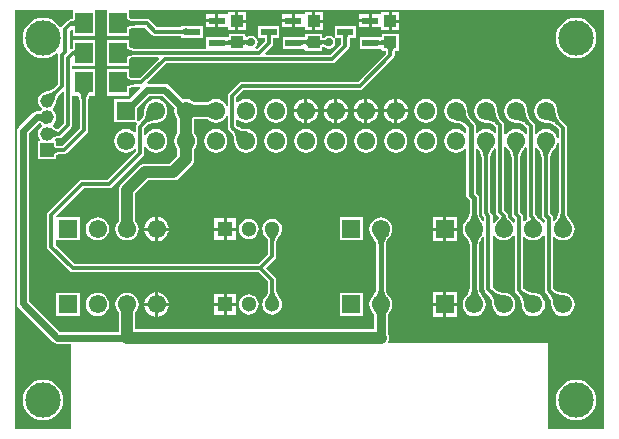
<source format=gtl>
%FSTAX23Y23*%
%MOIN*%
%SFA1B1*%

%IPPOS*%
%ADD10C,0.011810*%
%ADD11C,0.023620*%
%ADD12C,0.015750*%
%ADD13C,0.031500*%
%ADD14R,0.055120X0.023620*%
%ADD15R,0.059060X0.070870*%
%ADD16R,0.039370X0.039370*%
%ADD17C,0.039370*%
%ADD18C,0.061020*%
%ADD19R,0.061020X0.061020*%
%ADD20C,0.118110*%
%ADD21C,0.045280*%
%ADD22R,0.045280X0.045280*%
%ADD23C,0.051180*%
%ADD24R,0.051180X0.051180*%
%ADD25C,0.027560*%
%LNpanel-1*%
%LPD*%
G36*
X00216Y01417D02*
D01*
Y01388*
X00216*
X00212Y01388*
X00212Y01388*
Y01388*
Y01388*
X00207Y01387*
X00202Y01383*
X00182Y01364*
X0018Y0136*
X00177Y0136*
X00175Y0136*
X00174Y01362*
X00165Y01372*
X00155Y01381*
X00143Y01387*
X00131Y01391*
X00118Y01392*
X00104Y01391*
X00092Y01387*
X0008Y01381*
X0007Y01372*
X00062Y01362*
X00055Y0135*
X00052Y01338*
X0005Y01325*
X00052Y01312*
X00055Y01299*
X00062Y01287*
X0007Y01277*
X0008Y01269*
X00092Y01263*
X00104Y01259*
X00118Y01257*
X00131Y01259*
X00143Y01263*
X00155Y01269*
X00163Y01276*
X00168Y01273*
X00167Y01268*
Y01171*
X0015Y01155*
X0015Y01155*
X00149Y01154*
X00145Y0115*
X00138Y01148*
X00131Y01147*
X00131Y01147*
X00123Y01146*
X00116Y01143*
X0011Y01138*
X00105Y01131*
X00102Y01124*
X00101Y01116*
X00102Y01108*
X00105Y01101*
X0011Y01094*
X00114Y01091*
Y01086*
X00111Y01084*
X0011Y01083*
X0011Y01083*
X00109Y01082*
X00106Y01081*
X00105*
X00105Y01081*
Y01081*
X00096*
X00089Y01079*
X00082Y01075*
X00036Y01029*
X00032Y01023*
X00031Y01015*
Y0044*
X00032Y00433*
X00036Y00426*
X00151Y00312*
X00157Y00308*
X00165Y00306*
X00212*
Y00023*
X00023*
Y01417*
X00216*
G37*
G36*
X00238Y01125D02*
X00239Y01115D01*
Y01114*
X00239Y01114*
X00239*
Y01023*
X00181Y00965*
X00172*
Y00965*
X00171Y00965*
X00165Y00966*
X00162Y00967*
Y00981*
X00159*
X00157Y00982*
X00157Y00987*
X00162Y0099*
X0017Y00992*
X00171Y00992*
Y00992*
X00177Y00993*
X00181Y00996*
X0021Y01025*
X00213Y0103*
X00214Y01035*
Y01133*
X00216*
X00235*
X00238Y01125*
G37*
G36*
X01988Y00023D02*
X01799D01*
Y00244*
Y00307*
X01269*
X01267Y00311*
X01268Y00312*
X0127Y00319*
X01271Y00326*
X0127Y00333*
X01268Y0034*
Y00402*
X01268Y00405*
X01271Y00409*
X01272Y00411*
X01277Y00417*
X01281Y00426*
X01282Y00437*
X01281Y00447*
X01277Y00456*
X01271Y00464*
X0127Y00464*
X01265Y00472*
X01261Y00481*
X0126Y0049*
Y00491*
X0126Y00491*
X0126*
Y00634*
X0126*
X0126Y00634*
Y00635*
X01261Y00644*
X01265Y00653*
X0127Y00661*
X01271Y00661*
X01277Y00669*
X01281Y00678*
X01282Y00688*
X01281Y00699*
X01277Y00708*
X01271Y00716*
X01263Y00722*
X01254Y00726*
X01244Y00727*
X01234Y00726*
X01224Y00722*
X01216Y00716*
X0121Y00708*
X01206Y00699*
X01205Y00688*
X01206Y00678*
X0121Y00669*
X01216Y00661*
X01217Y00661*
X01222Y00653*
X01226Y00644*
X01228Y00635*
Y00634*
X01228Y00634*
X01228*
Y00491*
X01228*
X01228Y00491*
Y0049*
X01226Y00481*
X01222Y00472*
X01217Y00464*
X01216Y00464*
X0121Y00456*
X01206Y00447*
X01205Y00437*
X01206Y00426*
X0121Y00417*
X01215Y00411*
X01216Y00409*
X01219Y00405*
X0122Y00402*
Y00354*
X00425*
Y0041*
X00431Y00417*
X00435Y00426*
X00436Y00437*
X00435Y00447*
X00431Y00456*
X00425Y00464*
X00417Y0047*
X00407Y00474*
X00397Y00475*
X00387Y00474*
X00378Y0047*
X0037Y00464*
X00364Y00456*
X0036Y00447*
X00358Y00437*
X0036Y00426*
X00364Y00417*
X00369Y0041*
Y00346*
X00173*
X00071Y00449*
Y01007*
X00105Y01041*
X00105*
Y01041*
X00105Y01041*
X00106*
X00109Y0104*
X0011Y01039*
X0011Y01039*
X00111Y01038*
X00114Y01036*
Y01031*
X0011Y01028*
X00105Y01021*
X00102Y01014*
X00101Y01006*
X00102Y00998*
X00105Y0099*
X00108Y00986*
X00106Y00981*
X00101*
Y0092*
X00162*
Y00934*
X00165Y00936*
X00171Y00937*
X00172Y00936*
Y00937*
X00187*
X00192Y00938*
X00197Y00941*
X00263Y01007*
X00266Y01012*
X00267Y01017*
Y01114*
X00268*
X00267Y01114*
Y01115*
X00269Y01125*
X00272Y01133*
X00291*
Y0122*
X00216*
X00214Y01222*
Y01232*
X00216*
X00291*
Y01318*
X00216*
Y01289*
X00211Y01288*
X00206Y0129*
Y01348*
X00211Y01353*
X00216Y01351*
Y0133*
X00291*
Y01417*
X0033*
Y01413*
Y0133*
X00405*
Y01355*
X00413Y01358*
X00424Y01359*
X00424*
X00425Y01359*
Y01359*
X00458*
X00482Y01336*
X00486Y01333*
X00492Y01332*
X00578*
Y01326*
X00649*
Y01366*
X00578*
Y0136*
X00497*
X00474Y01383*
X00469Y01387*
X00464Y01388*
X00425*
Y01388*
X00424Y01388*
X00424*
X00413Y01389*
X00405Y01392*
Y01413*
Y01417*
X01988*
Y00023*
G37*
G36*
X00186Y01144D02*
Y01041D01*
X00166Y01021*
X00162Y01022*
X00154Y01027*
X00153Y01027*
X00153Y01027*
X00153Y01027*
X00153Y01027*
X00153Y01028*
X00149Y01031*
Y01036*
X00153Y01039*
X00158Y01046*
X00161Y01053*
X00162Y01061*
X00161Y01069*
X00158Y01076*
X00153Y01083*
X00149Y01086*
Y01091*
X00153Y01094*
X00158Y01101*
X00161Y01108*
X00162Y01116*
X00162Y01116*
X00162*
X00163Y01123*
X00166Y01129*
X00169Y01134*
X0017Y01135*
Y01135*
X00182Y01146*
X00186Y01144*
G37*
%LNpanel-2*%
%LPC*%
G36*
X00719Y00683D02*
X00688D01*
Y00653*
X00719*
Y00683*
G37*
G36*
X00491Y00729D02*
X00485Y00728D01*
X00475Y00724*
X00467Y00717*
X0046Y00709*
X00456Y00699*
X00455Y00693*
X00491*
Y00729*
G37*
G36*
X00803Y00722D02*
X00794Y00721D01*
X00786Y00718*
X00779Y00712*
X00773Y00705*
X0077Y00697*
X00769Y00688*
X0077Y0068*
X00773Y00672*
X00779Y00665*
X00786Y00659*
X00794Y00656*
X00803Y00655*
X00811Y00656*
X0082Y00659*
X00827Y00665*
X00832Y00672*
X00835Y0068*
X00836Y00688*
X00835Y00697*
X00832Y00705*
X00827Y00712*
X0082Y00718*
X00811Y00721*
X00803Y00722*
G37*
G36*
X0076Y00683D02*
X00729D01*
Y00653*
X0076*
Y00683*
G37*
G36*
X00536D02*
X00501D01*
Y00648*
X00506Y00649*
X00516Y00653*
X00524Y0066*
X00531Y00668*
X00535Y00678*
X00536Y00683*
G37*
G36*
X00491D02*
X00455D01*
X00456Y00678*
X0046Y00668*
X00467Y0066*
X00475Y00653*
X00485Y00649*
X00491Y00648*
Y00683*
G37*
G36*
X01184Y00727D02*
X01107D01*
Y0065*
X01184*
Y00727*
G37*
G36*
X00299Y00727D02*
X00289Y00726D01*
X00279Y00722*
X00271Y00716*
X00265Y00708*
X00261Y00699*
X0026Y00688*
X00261Y00678*
X00265Y00669*
X00271Y00661*
X00279Y00655*
X00289Y00651*
X00299Y0065*
X00309Y00651*
X00318Y00655*
X00326Y00661*
X00332Y00669*
X00336Y00678*
X00337Y00688*
X00336Y00699*
X00332Y00708*
X00326Y00716*
X00318Y00722*
X00309Y00726*
X00299Y00727*
G37*
G36*
X00893Y01021D02*
X00883Y0102D01*
X00874Y01016*
X00866Y0101*
X0086Y01002*
X00856Y00992*
X00854Y00982*
X00856Y00972*
X0086Y00963*
X00866Y00955*
X00874Y00949*
X00883Y00945*
X00893Y00943*
X00903Y00945*
X00913Y00949*
X00921Y00955*
X00927Y00963*
X00931Y00972*
X00932Y00982*
X00931Y00992*
X00927Y01002*
X00921Y0101*
X00913Y01016*
X00903Y0102*
X00893Y01021*
G37*
G36*
X00693D02*
X00683Y0102D01*
X00674Y01016*
X00666Y0101*
X0066Y01002*
X00656Y00992*
X00654Y00982*
X00656Y00972*
X0066Y00963*
X00666Y00955*
X00674Y00949*
X00683Y00945*
X00693Y00943*
X00703Y00945*
X00713Y00949*
X00721Y00955*
X00727Y00963*
X00731Y00972*
X00732Y00982*
X00731Y00992*
X00727Y01002*
X00721Y0101*
X00713Y01016*
X00703Y0102*
X00693Y01021*
G37*
G36*
X00993D02*
X00983Y0102D01*
X00974Y01016*
X00966Y0101*
X0096Y01002*
X00956Y00992*
X00954Y00982*
X00956Y00972*
X0096Y00963*
X00966Y00955*
X00974Y00949*
X00983Y00945*
X00993Y00943*
X01003Y00945*
X01013Y00949*
X01021Y00955*
X01027Y00963*
X01031Y00972*
X01032Y00982*
X01031Y00992*
X01027Y01002*
X01021Y0101*
X01013Y01016*
X01003Y0102*
X00993Y01021*
G37*
G36*
X01193D02*
X01183Y0102D01*
X01174Y01016*
X01166Y0101*
X0116Y01002*
X01156Y00992*
X01154Y00982*
X01156Y00972*
X0116Y00963*
X01166Y00955*
X01174Y00949*
X01183Y00945*
X01193Y00943*
X01203Y00945*
X01213Y00949*
X01221Y00955*
X01227Y00963*
X01231Y00972*
X01232Y00982*
X01231Y00992*
X01227Y01002*
X01221Y0101*
X01213Y01016*
X01203Y0102*
X01193Y01021*
G37*
G36*
X01093D02*
X01083Y0102D01*
X01074Y01016*
X01066Y0101*
X0106Y01002*
X01056Y00992*
X01054Y00982*
X01056Y00972*
X0106Y00963*
X01066Y00955*
X01074Y00949*
X01083Y00945*
X01093Y00943*
X01103Y00945*
X01113Y00949*
X01121Y00955*
X01127Y00963*
X01131Y00972*
X01132Y00982*
X01131Y00992*
X01127Y01002*
X01121Y0101*
X01113Y01016*
X01103Y0102*
X01093Y01021*
G37*
G36*
X00719Y00724D02*
X00688D01*
Y00693*
X00719*
Y00724*
G37*
G36*
X00501Y00729D02*
Y00693D01*
X00536*
X00535Y00699*
X00531Y00709*
X00524Y00717*
X00516Y00724*
X00506Y00728*
X00501Y00729*
G37*
G36*
X0076Y00724D02*
X00729D01*
Y00693*
X0076*
Y00724*
G37*
G36*
X01497Y00729D02*
X01461D01*
Y00693*
X01497*
Y00729*
G37*
G36*
X01451D02*
X01416D01*
Y00693*
X01451*
Y00729*
G37*
G36*
X01497Y00683D02*
X01461D01*
Y00648*
X01497*
Y00683*
G37*
G36*
X00299Y00475D02*
X00289Y00474D01*
X00279Y0047*
X00271Y00464*
X00265Y00456*
X00261Y00447*
X0026Y00437*
X00261Y00426*
X00265Y00417*
X00271Y00409*
X00279Y00403*
X00289Y00399*
X00299Y00398*
X00309Y00399*
X00318Y00403*
X00326Y00409*
X00332Y00417*
X00336Y00426*
X00337Y00437*
X00336Y00447*
X00332Y00456*
X00326Y00464*
X00318Y0047*
X00309Y00474*
X00299Y00475*
G37*
G36*
X00536Y00432D02*
X00501D01*
Y00396*
X00506Y00397*
X00516Y00401*
X00524Y00408*
X00531Y00416*
X00535Y00426*
X00536Y00432*
G37*
G36*
X01184Y00475D02*
X01107D01*
Y00398*
X01184*
Y00475*
G37*
G36*
X00239D02*
X00162D01*
Y00398*
X00239*
Y00475*
G37*
G36*
X00491Y00432D02*
X00455D01*
X00456Y00426*
X0046Y00416*
X00467Y00408*
X00475Y00401*
X00485Y00397*
X00491Y00396*
Y00432*
G37*
G36*
X01894Y00185D02*
X0188Y00184D01*
X01868Y0018*
X01856Y00174*
X01846Y00165*
X01838Y00155*
X01831Y00143*
X01828Y00131*
X01826Y00118*
X01828Y00104*
X01831Y00092*
X01838Y0008*
X01846Y0007*
X01856Y00062*
X01868Y00055*
X0188Y00052*
X01894Y0005*
X01907Y00052*
X01919Y00055*
X01931Y00062*
X01941Y0007*
X0195Y0008*
X01956Y00092*
X0196Y00104*
X01961Y00118*
X0196Y00131*
X01956Y00143*
X0195Y00155*
X01941Y00165*
X01931Y00174*
X01919Y0018*
X01907Y00184*
X01894Y00185*
G37*
G36*
X00118D02*
X00104Y00184D01*
X00092Y0018*
X0008Y00174*
X0007Y00165*
X00062Y00155*
X00055Y00143*
X00052Y00131*
X0005Y00118*
X00052Y00104*
X00055Y00092*
X00062Y0008*
X0007Y0007*
X0008Y00062*
X00092Y00055*
X00104Y00052*
X00118Y0005*
X00131Y00052*
X00143Y00055*
X00155Y00062*
X00165Y0007*
X00174Y0008*
X0018Y00092*
X00184Y00104*
X00185Y00118*
X00184Y00131*
X0018Y00143*
X00174Y00155*
X00165Y00165*
X00155Y00174*
X00143Y0018*
X00131Y00184*
X00118Y00185*
G37*
G36*
X01497Y00432D02*
X01461D01*
Y00396*
X01497*
Y00432*
G37*
G36*
X01451D02*
X01416D01*
Y00396*
X01451*
Y00432*
G37*
G36*
X00719D02*
X00688D01*
Y00401*
X00719*
Y00432*
G37*
G36*
X01451Y00477D02*
X01416D01*
Y00442*
X01451*
Y00477*
G37*
G36*
X0076Y00472D02*
X00729D01*
Y00442*
X0076*
Y00472*
G37*
G36*
X01451Y00683D02*
X01416D01*
Y00648*
X01451*
Y00683*
G37*
G36*
X01497Y00477D02*
X01461D01*
Y00442*
X01497*
Y00477*
G37*
G36*
X00719Y00472D02*
X00688D01*
Y00442*
X00719*
Y00472*
G37*
G36*
X00803Y0047D02*
X00794Y00469D01*
X00786Y00466*
X00779Y0046*
X00773Y00453*
X0077Y00445*
X00769Y00437*
X0077Y00428*
X00773Y0042*
X00779Y00413*
X00786Y00407*
X00794Y00404*
X00803Y00403*
X00811Y00404*
X0082Y00407*
X00827Y00413*
X00832Y0042*
X00835Y00428*
X00836Y00437*
X00835Y00445*
X00832Y00453*
X00827Y0046*
X0082Y00466*
X00811Y00469*
X00803Y0047*
G37*
G36*
X0076Y00432D02*
X00729D01*
Y00401*
X0076*
Y00432*
G37*
G36*
X00501Y00477D02*
Y00442D01*
X00536*
X00535Y00447*
X00531Y00457*
X00524Y00465*
X00516Y00472*
X00506Y00476*
X00501Y00477*
G37*
G36*
X00491D02*
X00485Y00476D01*
X00475Y00472*
X00467Y00465*
X0046Y00457*
X00456Y00447*
X00455Y00442*
X00491*
Y00477*
G37*
G36*
X00758Y01411D02*
X00734D01*
Y01405*
X00701*
Y01383*
Y01362*
X00734*
Y01352*
X00758*
Y01381*
Y01411*
G37*
G36*
X00905Y01366D02*
X00834D01*
Y01326*
X00856*
Y01312*
X00832Y01289*
X00826*
X00825Y01294*
X00826Y01295*
X00831Y01302*
X00833Y01311*
X00831Y01319*
X00826Y01326*
X00819Y01331*
X00811Y01333*
X00802Y01331*
X00798Y01328*
X00793Y0133*
X00791Y01335*
Y01338*
X00736*
Y01328*
X00732*
X00661*
Y01289*
X00425*
Y01289*
X00424Y01289*
X00424*
X00413Y0129*
X00405Y01294*
Y01318*
X0033*
Y01232*
X00405*
Y01256*
X00413Y0126*
X00424Y01261*
X00424*
X00425Y01261*
Y01261*
X00502*
X00504Y01256*
X00439Y01191*
X00425*
Y01191*
X00424Y01191*
X00424*
X00413Y01192*
X00405Y01196*
Y0122*
X0033*
Y01133*
X00405*
Y01158*
X00413Y01161*
X00424Y01163*
X00424*
X00425Y01163*
Y01163*
X00439*
X00441Y01158*
X00403Y01121*
X00355*
Y01044*
X00426*
X00431Y01039*
X00427Y01035*
X00426Y01029*
Y0101*
X00422Y01008*
X00421Y0101*
X00413Y01016*
X00403Y0102*
X00393Y01021*
X00383Y0102*
X00374Y01016*
X00366Y0101*
X0036Y01002*
X00356Y00992*
X00354Y00982*
X00356Y00972*
X0036Y00963*
X00366Y00955*
X00374Y00949*
X00383Y00945*
X00393Y00943*
X00403Y00945*
X00413Y00949*
X00421Y00955*
X00422Y00956*
X00426Y00955*
Y00946*
X00332Y00852*
X00248*
X00242Y00851*
X00238Y00848*
X00135Y00746*
X00132Y00741*
X00131Y00736*
Y00629*
X00132Y00624*
X00135Y00619*
X00206Y00549*
X00211Y00546*
X00216Y00545*
X00836*
X00867Y00513*
Y00484*
X00867*
X00867Y00484*
Y00484*
X00866Y00475*
X00863Y00467*
X00858Y00461*
X00858Y0046*
X00852Y00453*
X00849Y00445*
X00848Y00437*
X00849Y00428*
X00852Y0042*
X00858Y00413*
X00865Y00407*
X00873Y00404*
X00881Y00403*
X0089Y00404*
X00898Y00407*
X00905Y00413*
X00911Y0042*
X00914Y00428*
X00915Y00437*
X00914Y00445*
X00911Y00453*
X00905Y0046*
X00905Y00461*
X009Y00467*
X00897Y00475*
X00895Y00484*
Y00484*
X00895Y00484*
X00895*
Y00519*
X00894Y00525*
X00891Y00529*
X00862Y00559*
X00891Y00588*
X00894Y00593*
X00895Y00598*
Y00641*
X00895*
X00895Y00641*
Y00641*
X00897Y0065*
X009Y00658*
X00905Y00664*
X00905Y00665*
X00911Y00672*
X00914Y0068*
X00915Y00688*
X00914Y00697*
X00911Y00705*
X00905Y00712*
X00898Y00718*
X0089Y00721*
X00881Y00722*
X00873Y00721*
X00865Y00718*
X00858Y00712*
X00852Y00705*
X00849Y00697*
X00848Y00688*
X00849Y0068*
X00852Y00672*
X00858Y00665*
X00858Y00664*
X00863Y00658*
X00866Y0065*
X00867Y00641*
Y00641*
X00867Y00641*
X00867*
Y00604*
X00836Y00573*
X00222*
X00159Y00635*
Y0065*
X00162*
X00163*
X00163*
X00239*
Y00727*
X00163*
X00163*
X00163*
X00161Y00731*
X00253Y00824*
X00338*
X00343Y00825*
X00348Y00828*
X0045Y00931*
X00453Y00935*
X00454Y0094*
Y00963*
X00459Y00963*
X0046Y00963*
X00466Y00955*
X00474Y00949*
X00483Y00945*
X00493Y00943*
X00503Y00945*
X00513Y00949*
X00521Y00955*
X00527Y00963*
X00531Y00972*
X00532Y00982*
X00531Y00992*
X00527Y01002*
X00521Y0101*
X00513Y01016*
X00503Y0102*
X00493Y01021*
X00483Y0102*
X00474Y01016*
X00466Y0101*
X0046Y01002*
X00459Y01001*
X00454Y01002*
Y01024*
X00461Y0103*
X00461Y0103*
X00462Y01031*
X00462Y01031*
X0047Y01038*
X00481Y01042*
X00492Y01044*
X00493Y01043*
X00503Y01045*
X00513Y01049*
X00521Y01055*
X00527Y01063*
X00531Y01072*
X00532Y01082*
X00531Y01092*
X00527Y01102*
X00521Y0111*
X00513Y01116*
X00503Y0112*
X00493Y01121*
X00483Y0112*
X00474Y01116*
X00466Y0111*
X0046Y01102*
X00456Y01092*
X00454Y01082*
X00455Y01081*
X00453Y0107*
X00449Y01059*
X00442Y01051*
X00442Y01051*
X00441Y0105*
Y0105*
X00436Y01045*
X00432Y01047*
Y01092*
X00472Y01133*
X00514*
X00556Y01091*
X00554Y01082*
X00556Y01072*
X0056Y01063*
X00565Y01055*
Y01009*
X0056Y01002*
X00556Y00992*
X00554Y00982*
X00556Y00972*
X0056Y00963*
X00565Y00955*
Y00931*
X00539Y00905*
X00456*
X00449Y00904*
X00442Y00902*
X00437Y00897*
X00377Y00838*
X00373Y00832*
X0037Y00826*
X00369Y00818*
Y00715*
X00364Y00708*
X0036Y00699*
X00358Y00688*
X0036Y00678*
X00364Y00669*
X0037Y00661*
X00378Y00655*
X00387Y00651*
X00397Y0065*
X00407Y00651*
X00417Y00655*
X00425Y00661*
X00431Y00669*
X00435Y00678*
X00436Y00688*
X00435Y00699*
X00431Y00708*
X00425Y00715*
Y00807*
X00468Y0085*
X00551*
X00558Y00851*
X00565Y00853*
X0057Y00858*
X00613Y009*
X00617Y00906*
X0062Y00913*
X00621Y0092*
Y00955*
X00627Y00963*
X00631Y00972*
X00632Y00982*
X00631Y00992*
X00627Y01002*
X00621Y01009*
Y01054*
X00666*
X00674Y01049*
X00683Y01045*
X00693Y01043*
X00703Y01045*
X00713Y01049*
X00721Y01055*
X00727Y01063*
X00729Y01067*
X00733Y01066*
Y01028*
X00735Y01022*
X00738Y01018*
X00741Y01014*
X00741Y01014*
X00742Y01014*
X00742Y01013*
X00749Y01005*
X00753Y00994*
X00755Y00983*
X00754Y00982*
X00756Y00972*
X0076Y00963*
X00766Y00955*
X00774Y00949*
X00783Y00945*
X00793Y00943*
X00803Y00945*
X00813Y00949*
X00821Y00955*
X00827Y00963*
X00831Y00972*
X00832Y00982*
X00831Y00992*
X00827Y01002*
X00821Y0101*
X00813Y01016*
X00803Y0102*
X00793Y01021*
X00792Y01021*
X00781Y01022*
X0077Y01027*
X00762Y01033*
X00762Y01034*
X00762Y01034*
Y01052*
X00766Y01055*
X00774Y01049*
X00783Y01045*
X00793Y01043*
X00803Y01045*
X00813Y01049*
X00821Y01055*
X00827Y01063*
X00831Y01072*
X00832Y01082*
X00831Y01092*
X00827Y01102*
X00821Y0111*
X00813Y01116*
X00803Y0112*
X00793Y01121*
X00783Y0112*
X00774Y01116*
X00766Y0111*
X00762Y01112*
Y01128*
X00785Y01151*
X01173*
X01178Y01152*
X01183Y01155*
X01285Y01257*
X01288Y01262*
X01289Y01267*
Y01277*
X01289*
X01289Y01278*
X0129Y01283*
X01303*
Y01338*
X01248*
Y01328*
X01244*
X01173*
Y01289*
X01244*
X01244*
X01248Y01285*
Y01283*
X0126*
X01261Y01278*
X01261Y01277*
X01261*
Y01273*
X01167Y01179*
X00779*
X00774Y01178*
X00769Y01175*
X00738Y01143*
X00735Y01139*
X00733Y01133*
Y01098*
X00729Y01097*
X00727Y01102*
X00721Y0111*
X00713Y01116*
X00703Y0112*
X00693Y01121*
X00683Y0112*
X00674Y01116*
X00666Y0111*
X0062*
X00613Y01116*
X00603Y0112*
X00593Y01121*
X00584Y0112*
X00537Y01167*
X0053Y01172*
X00522Y01173*
X00467*
X00465Y01178*
X00529Y01241*
X01082*
X01088Y01242*
X01092Y01245*
X01135Y01289*
X01138Y01293*
X0114Y01299*
Y01326*
X01161*
Y01366*
X0109*
Y01329*
X0109Y01329*
X01089Y01328*
X01086Y01326*
X01086Y01326*
X01079Y01331*
X0107Y01333*
X01062Y01331*
X01055Y01326*
X01054Y01326*
X01052Y01325*
X01052Y01325*
X01047Y01326*
Y01338*
X00992*
Y01328*
X00988*
X00917*
Y01289*
X00988*
X00988*
X00992Y01285*
Y01283*
X01047*
Y01295*
X01052Y01296*
X01052Y01296*
X01054Y01295*
X01055Y01295*
X01062Y0129*
X0107Y01288*
X01079Y0129*
X01086Y01295*
X01091Y01302*
X01092Y01311*
X01091Y01319*
X01089Y01322*
X01089Y01323*
X01091Y01326*
X01091Y01326*
X01111*
Y01305*
X01076Y01269*
X00859*
X00857Y01274*
X0088Y01297*
X00883Y01301*
X00884Y01307*
Y01326*
X00905*
Y01366*
G37*
G36*
X00793Y01376D02*
X00768D01*
Y01352*
X00793*
Y01376*
G37*
G36*
X01305D02*
X0128D01*
Y01352*
X01305*
Y01376*
G37*
G36*
X0127Y01411D02*
X01245D01*
Y01405*
X01213*
Y01383*
Y01362*
X01245*
Y01352*
X0127*
Y01381*
Y01411*
G37*
G36*
X01894Y01392D02*
X0188Y01391D01*
X01868Y01387*
X01856Y01381*
X01846Y01372*
X01838Y01362*
X01831Y0135*
X01828Y01338*
X01826Y01325*
X01828Y01312*
X01831Y01299*
X01838Y01287*
X01846Y01277*
X01856Y01269*
X01868Y01263*
X0188Y01259*
X01894Y01257*
X01907Y01259*
X01919Y01263*
X01931Y01269*
X01941Y01277*
X0195Y01287*
X01956Y01299*
X0196Y01312*
X01961Y01325*
X0196Y01338*
X01956Y0135*
X0195Y01362*
X01941Y01372*
X01931Y01381*
X01919Y01387*
X01907Y01391*
X01894Y01392*
G37*
G36*
X01188Y01122D02*
X01183Y01122D01*
X01173Y01118*
X01164Y01111*
X01158Y01103*
X01154Y01093*
X01153Y01087*
X01188*
Y01122*
G37*
G36*
X01098D02*
Y01087D01*
X01133*
X01133Y01093*
X01129Y01103*
X01122Y01111*
X01114Y01118*
X01104Y01122*
X01098Y01122*
G37*
G36*
X01198D02*
Y01087D01*
X01233*
X01233Y01093*
X01229Y01103*
X01222Y01111*
X01214Y01118*
X01204Y01122*
X01198Y01122*
G37*
G36*
X01298D02*
Y01087D01*
X01333*
X01333Y01093*
X01329Y01103*
X01322Y01111*
X01314Y01118*
X01304Y01122*
X01298Y01122*
G37*
G36*
X01288D02*
X01283Y01122D01*
X01273Y01118*
X01264Y01111*
X01258Y01103*
X01254Y01093*
X01253Y01087*
X01288*
Y01122*
G37*
G36*
X01049Y01411D02*
X01024D01*
Y01386*
X01049*
Y01411*
G37*
G36*
X01305D02*
X0128D01*
Y01386*
X01305*
Y01411*
G37*
G36*
X00691Y01405D02*
X00659D01*
Y01388*
X00691*
Y01405*
G37*
G36*
X00947D02*
X00915D01*
Y01388*
X00947*
Y01405*
G37*
G36*
X01203D02*
X01171D01*
Y01388*
X01203*
Y01405*
G37*
G36*
X00793Y01411D02*
X00768D01*
Y01386*
X00793*
Y01411*
G37*
G36*
X01049Y01376D02*
X01024D01*
Y01352*
X01049*
Y01376*
G37*
G36*
X01014Y01411D02*
X0099D01*
Y01405*
X00957*
Y01383*
Y01362*
X0099*
Y01352*
X01014*
Y01381*
Y01411*
G37*
G36*
X00691Y01378D02*
X00659D01*
Y01362*
X00691*
Y01378*
G37*
G36*
X00947D02*
X00915D01*
Y01362*
X00947*
Y01378*
G37*
G36*
X01203D02*
X01171D01*
Y01362*
X01203*
Y01378*
G37*
G36*
X01088Y01077D02*
X01053D01*
X01054Y01072*
X01058Y01062*
X01064Y01053*
X01073Y01047*
X01083Y01043*
X01088Y01042*
Y01077*
G37*
G36*
X01033D02*
X00998D01*
Y01042*
X01004Y01043*
X01014Y01047*
X01022Y01053*
X01029Y01062*
X01033Y01072*
X01033Y01077*
G37*
G36*
X01188D02*
X01153D01*
X01154Y01072*
X01158Y01062*
X01164Y01053*
X01173Y01047*
X01183Y01043*
X01188Y01042*
Y01077*
G37*
G36*
X01133D02*
X01098D01*
Y01042*
X01104Y01043*
X01114Y01047*
X01122Y01053*
X01129Y01062*
X01133Y01072*
X01133Y01077*
G37*
G36*
X01393Y01021D02*
X01383Y0102D01*
X01374Y01016*
X01366Y0101*
X0136Y01002*
X01356Y00992*
X01354Y00982*
X01356Y00972*
X0136Y00963*
X01366Y00955*
X01374Y00949*
X01383Y00945*
X01393Y00943*
X01403Y00945*
X01413Y00949*
X01421Y00955*
X01427Y00963*
X01431Y00972*
X01432Y00982*
X01431Y00992*
X01427Y01002*
X01421Y0101*
X01413Y01016*
X01403Y0102*
X01393Y01021*
G37*
G36*
X01293D02*
X01283Y0102D01*
X01274Y01016*
X01266Y0101*
X0126Y01002*
X01256Y00992*
X01254Y00982*
X01256Y00972*
X0126Y00963*
X01266Y00955*
X01274Y00949*
X01283Y00945*
X01293Y00943*
X01303Y00945*
X01313Y00949*
X01321Y00955*
X01327Y00963*
X01331Y00972*
X01332Y00982*
X01331Y00992*
X01327Y01002*
X01321Y0101*
X01313Y01016*
X01303Y0102*
X01293Y01021*
G37*
G36*
X00988Y01077D02*
X00953D01*
X00954Y01072*
X00958Y01062*
X00964Y01053*
X00973Y01047*
X00983Y01043*
X00988Y01042*
Y01077*
G37*
G36*
X01793Y01121D02*
X01783Y0112D01*
X01774Y01116*
X01766Y0111*
X0176Y01102*
X01756Y01092*
X01754Y01082*
X01756Y01072*
X0176Y01063*
X01766Y01055*
X01774Y01049*
X01783Y01045*
X01793Y01043*
X01794Y01044*
X01805Y01042*
X01816Y01038*
X01824Y01031*
X01825Y01031*
X01825Y0103*
X01825Y0103*
X01836Y0102*
Y00991*
X01831Y0099*
X01831Y00992*
X01827Y01002*
X01821Y0101*
X01813Y01016*
X01803Y0102*
X01793Y01021*
X01783Y0102*
X01774Y01016*
X01766Y0101*
X01762Y01005*
X01758Y01007*
Y01032*
X01757Y01037*
X01754Y01042*
X01745Y0105*
X01745Y0105*
X01745Y01051*
X01744Y01051*
X01738Y01059*
X01733Y0107*
X01732Y01081*
X01732Y01082*
X01731Y01092*
X01727Y01102*
X01721Y0111*
X01713Y01116*
X01703Y0112*
X01693Y01121*
X01683Y0112*
X01674Y01116*
X01666Y0111*
X0166Y01102*
X01656Y01092*
X01654Y01082*
X01656Y01072*
X0166Y01063*
X01666Y01055*
X01674Y01049*
X01683Y01045*
X01693Y01043*
X01694Y01044*
X01705Y01042*
X01716Y01038*
X01724Y01031*
X01725Y01031*
X01725Y0103*
X01725Y0103*
X0173Y01026*
Y01006*
X01725Y01004*
X01721Y0101*
X01713Y01016*
X01703Y0102*
X01693Y01021*
X01683Y0102*
X01674Y01016*
X01666Y0101*
X0166Y01002*
X01655Y01004*
Y01034*
X01654Y0104*
X01651Y01044*
X01645Y0105*
X01645Y0105*
X01645Y01051*
X01644Y01051*
X01638Y01059*
X01633Y0107*
X01632Y01081*
X01632Y01082*
X01631Y01092*
X01627Y01102*
X01621Y0111*
X01613Y01116*
X01603Y0112*
X01593Y01121*
X01583Y0112*
X01574Y01116*
X01566Y0111*
X0156Y01102*
X01556Y01092*
X01554Y01082*
X01556Y01072*
X0156Y01063*
X01566Y01055*
X01574Y01049*
X01583Y01045*
X01593Y01043*
X01594Y01044*
X01605Y01042*
X01616Y01038*
X01624Y01031*
X01625Y01031*
X01625Y0103*
X01625Y0103*
X01627Y01028*
Y01009*
X01622Y01007*
X01621Y0101*
X01613Y01016*
X01603Y0102*
X01593Y01021*
X01583Y0102*
X01574Y01016*
X01566Y0101*
X01564Y01007*
X01559Y01008*
Y01033*
X01558Y01038*
X01558Y01039*
X01554Y01044*
X01543Y01055*
X01543Y01055*
X01543Y01055*
X01542Y01056*
X01537Y01063*
X01533Y01072*
X01532Y01082*
X01532Y01082*
X01531Y01092*
X01527Y01102*
X01521Y0111*
X01513Y01116*
X01503Y0112*
X01493Y01121*
X01483Y0112*
X01474Y01116*
X01466Y0111*
X0146Y01102*
X01456Y01092*
X01454Y01082*
X01456Y01072*
X0146Y01063*
X01466Y01055*
X01474Y01049*
X01483Y01045*
X01493Y01043*
X01494Y01044*
X01503Y01042*
X01513Y01038*
X0152Y01033*
X0152Y01032*
X0152Y01032*
X0152Y01032*
X01527Y01026*
Y01009*
X01522Y01008*
X01521Y0101*
X01513Y01016*
X01503Y0102*
X01493Y01021*
X01483Y0102*
X01474Y01016*
X01466Y0101*
X0146Y01002*
X01456Y00992*
X01454Y00982*
X01456Y00972*
X0146Y00963*
X01466Y00955*
X01474Y00949*
X01483Y00945*
X01493Y00943*
X01503Y00945*
X01513Y00949*
X01521Y00955*
X01522Y00957*
X01527Y00955*
Y00803*
X01528Y00798*
X01528Y00797*
X01531Y00791*
X01539Y00784*
Y00743*
X01539*
X01539Y00743*
Y00742*
X01537Y00733*
X01534Y00724*
X01528Y00716*
X01527Y00716*
X01521Y00708*
X01517Y00699*
X01516Y00688*
X01517Y00678*
X01521Y00669*
X01527Y00661*
X01528Y00661*
X01534Y00653*
X01537Y00644*
X01539Y00635*
Y00634*
X01539Y00634*
X01539*
Y00491*
X01539*
X01539Y00491*
Y0049*
X01537Y00481*
X01534Y00472*
X01528Y00464*
X01527Y00464*
X01521Y00456*
X01517Y00447*
X01516Y00437*
X01517Y00426*
X01521Y00417*
X01527Y00409*
X01535Y00403*
X01545Y00399*
X01555Y00398*
X01565Y00399*
X01574Y00403*
X01582Y00409*
X01588Y00417*
X01592Y00426*
X01593Y00437*
X01592Y00447*
X01588Y00456*
X01582Y00464*
X01582Y00464*
X01576Y00472*
X01572Y00481*
X01571Y0049*
Y00491*
X01571Y00491*
X01571*
Y00634*
X01571*
X01571Y00634*
Y00635*
X01572Y00644*
X01576Y00653*
X01582Y00661*
X01582Y00661*
X01583Y00663*
X01588Y00661*
Y00488*
X01589Y00482*
X01592Y00478*
X01601Y00469*
X01601Y00469*
X01602Y00468*
X01602Y00468*
X01608Y00459*
X01613Y00448*
X01614Y00437*
X01614Y00437*
X01616Y00426*
X0162Y00417*
X01626Y00409*
X01634Y00403*
X01643Y00399*
X01653Y00398*
X01663Y00399*
X01672Y00403*
X0168Y00409*
X01687Y00417*
X0169Y00426*
X01692Y00437*
X0169Y00447*
X01687Y00456*
X0168Y00464*
X01672Y0047*
X01663Y00474*
X01653Y00475*
X01652Y00475*
X01641Y00477*
X0163Y00481*
X01622Y00488*
X01622Y00488*
X01621Y00489*
X01621Y00488*
X01616Y00494*
Y00666*
X01621Y00668*
X01626Y00661*
X01634Y00655*
X01643Y00651*
X01653Y0065*
X01663Y00651*
X01672Y00655*
X0168Y00661*
X01685Y00668*
X0169Y00666*
Y00484*
X01691Y00478*
X01694Y00474*
X017Y00469*
X01699Y00469*
X017Y00468*
X017Y00468*
X01707Y00459*
X01711Y00448*
X01713Y00437*
X01713Y00437*
X01714Y00426*
X01718Y00417*
X01724Y00409*
X01732Y00403*
X01741Y00399*
X01751Y00398*
X01761Y00399*
X01771Y00403*
X01779Y00409*
X01785Y00417*
X01789Y00426*
X0179Y00437*
X01789Y00447*
X01785Y00456*
X01779Y00464*
X01771Y0047*
X01761Y00474*
X01751Y00475*
X01751Y00475*
X0174Y00477*
X01729Y00481*
X0172Y00488*
X0172Y00488*
X01719Y00489*
X01719Y00488*
X01718Y0049*
Y00661*
X01723Y00663*
X01724Y00661*
X01732Y00655*
X01741Y00651*
X01751Y0065*
X01761Y00651*
X01771Y00655*
X01779Y00661*
X01784Y00668*
X01789Y00666*
Y00484*
X0179Y00478*
X01793Y00474*
X01798Y00469*
X01798Y00469*
X01799Y00468*
X01799Y00468*
X01805Y00459*
X0181Y00448*
X01811Y00437*
X01811Y00437*
X01813Y00426*
X01816Y00417*
X01823Y00409*
X01831Y00403*
X0184Y00399*
X0185Y00398*
X0186Y00399*
X01869Y00403*
X01877Y00409*
X01883Y00417*
X01887Y00426*
X01889Y00437*
X01887Y00447*
X01883Y00456*
X01877Y00464*
X01869Y0047*
X0186Y00474*
X0185Y00475*
X01849Y00475*
X01838Y00477*
X01827Y00481*
X01819Y00488*
X01818Y00488*
X01818Y00489*
X01818Y00488*
X01817Y0049*
Y00661*
X01821Y00663*
X01823Y00661*
X01831Y00655*
X0184Y00651*
X0185Y0065*
X0186Y00651*
X01869Y00655*
X01877Y00661*
X01883Y00669*
X01887Y00678*
X01889Y00688*
X01887Y00699*
X01883Y00708*
X01877Y00716*
X01877Y00716*
X0187Y00725*
X01865Y00736*
X01864Y00747*
Y00747*
X01864Y00748*
X01864*
Y01025*
X01863Y01031*
X0186Y01035*
X01845Y0105*
X01845Y0105*
X01845Y01051*
X01844Y01051*
X01838Y01059*
X01833Y0107*
X01832Y01081*
X01832Y01082*
X01831Y01092*
X01827Y01102*
X01821Y0111*
X01813Y01116*
X01803Y0112*
X01793Y01121*
G37*
G36*
X00988Y01122D02*
X00983Y01122D01*
X00973Y01118*
X00964Y01111*
X00958Y01103*
X00954Y01093*
X00953Y01087*
X00988*
Y01122*
G37*
G36*
X00998D02*
Y01087D01*
X01033*
X01033Y01093*
X01029Y01103*
X01022Y01111*
X01014Y01118*
X01004Y01122*
X00998Y01122*
G37*
G36*
X00893Y01121D02*
X00883Y0112D01*
X00874Y01116*
X00866Y0111*
X0086Y01102*
X00856Y01092*
X00854Y01082*
X00856Y01072*
X0086Y01063*
X00866Y01055*
X00874Y01049*
X00883Y01045*
X00893Y01043*
X00903Y01045*
X00913Y01049*
X00921Y01055*
X00927Y01063*
X00931Y01072*
X00932Y01082*
X00931Y01092*
X00927Y01102*
X00921Y0111*
X00913Y01116*
X00903Y0112*
X00893Y01121*
G37*
G36*
X01393D02*
X01383Y0112D01*
X01374Y01116*
X01366Y0111*
X0136Y01102*
X01356Y01092*
X01354Y01082*
X01356Y01072*
X0136Y01063*
X01366Y01055*
X01374Y01049*
X01383Y01045*
X01393Y01043*
X01403Y01045*
X01413Y01049*
X01421Y01055*
X01427Y01063*
X01431Y01072*
X01432Y01082*
X01431Y01092*
X01427Y01102*
X01421Y0111*
X01413Y01116*
X01403Y0112*
X01393Y01121*
G37*
G36*
X01288Y01077D02*
X01253D01*
X01254Y01072*
X01258Y01062*
X01264Y01053*
X01273Y01047*
X01283Y01043*
X01288Y01042*
Y01077*
G37*
G36*
X01233D02*
X01198D01*
Y01042*
X01204Y01043*
X01214Y01047*
X01222Y01053*
X01229Y01062*
X01233Y01072*
X01233Y01077*
G37*
G36*
X01088Y01122D02*
X01083Y01122D01*
X01073Y01118*
X01064Y01111*
X01058Y01103*
X01054Y01093*
X01053Y01087*
X01088*
Y01122*
G37*
G36*
X01333Y01077D02*
X01298D01*
Y01042*
X01304Y01043*
X01314Y01047*
X01322Y01053*
X01329Y01062*
X01333Y01072*
X01333Y01077*
G37*
%LNpanel-3*%
%LPD*%
G36*
X01766Y00955D02*
X01766Y00954D01*
X01773Y00946*
X01778Y00935*
X01779Y00924*
Y00924*
X01779Y00923*
X01779*
Y00733*
X0178Y00728*
X01783Y00723*
X01789Y00718*
Y00711*
X01784Y00709*
X01779Y00716*
X01771Y00722*
X01767Y00724*
X01766Y00724*
X01766Y00724*
X01766Y00724*
X01766Y00725*
X01765Y00725*
X01765Y00725*
X01765Y00725*
X01765Y00725*
X01764Y00729*
X01761Y00734*
X01758Y00738*
Y00958*
X01762Y00959*
X01766Y00955*
G37*
G36*
X01627Y00956D02*
Y00744D01*
X01628Y00738*
X01631Y00734*
X01638Y00727*
X01636Y00723*
X01633Y00722*
X01633Y00722*
X01626Y00716*
X01621Y00709*
X01616Y00711*
Y00731*
X01615Y00737*
X01612Y00741*
X01607Y00746*
Y00923*
X01607*
X01607Y00924*
Y00924*
X01609Y00935*
X01613Y00946*
X0162Y00954*
X01621Y00955*
X01622Y00957*
X01627Y00956*
G37*
G36*
X01666Y00955D02*
X01666Y00954D01*
X01673Y00946*
X01678Y00935*
X01679Y00924*
Y00924*
X01679Y00923*
X01679*
Y00739*
X0168Y00733*
X01683Y00729*
X0169Y00722*
Y00711*
X01685Y00709*
X0168Y00716*
X01673Y00722*
X01673Y00722*
X01671Y00723*
X01668Y00727*
X01667Y00732*
X01667Y00732*
X01667*
X01666Y00737*
X01663Y00742*
X01655Y00749*
Y00961*
X0166Y00962*
X01666Y00955*
G37*
G36*
X01566D02*
X01566Y00954D01*
X01573Y00946*
X01578Y00935*
X01579Y00924*
Y00924*
X01579Y00923*
X01579*
Y0074*
X0158Y00735*
X01583Y0073*
X01588Y00726*
Y00716*
X01583Y00714*
X01582Y00716*
X01582Y00716*
X01576Y00724*
X01572Y00733*
X01571Y00742*
Y00743*
X01571Y00743*
X01571*
Y00791*
X0157Y00796*
X01569Y00797*
X01566Y00802*
X01559Y00809*
Y00956*
X01564Y00958*
X01566Y00955*
G37*
G36*
X01836Y00974D02*
Y00748D01*
X01836*
X01836Y00747*
Y00747*
X01834Y00736*
X0183Y00725*
X01823Y00716*
X01823Y00716*
X01821Y00714*
X01817Y00716*
Y00724*
X01816Y00729*
X01813Y00734*
X01807Y00739*
Y00923*
X01807*
X01807Y00924*
Y00924*
X01809Y00935*
X01813Y00946*
X0182Y00954*
X01821Y00955*
X01827Y00963*
X01831Y00972*
X01831Y00974*
X01836Y00974*
G37*
G36*
X0173Y00959D02*
Y00732D01*
X01731Y00726*
X01733Y00723*
X01732Y00722*
X01724Y00716*
X01723Y00714*
X01718Y00716*
Y00728*
X01717Y00733*
X01714Y00738*
X01707Y00745*
Y00923*
X01707*
X01707Y00924*
Y00924*
X01709Y00935*
X01713Y00946*
X0172Y00954*
X01721Y00955*
X01725Y0096*
X0173Y00959*
G37*
G54D10*
X0127Y01309D02*
D01*
X01271Y01309*
X01271Y01309*
X01272Y01309*
X01272Y01309*
X01273Y01309*
X01273Y01309*
X01273Y01309*
X01274Y0131*
X01274Y0131*
X01275Y0131*
X01275Y0131*
X01275Y01311*
X00805Y01305D02*
D01*
X00804Y01306*
X00803Y01307*
X00802Y01307*
X00801Y01308*
X008Y01309*
X00798Y01309*
X00797Y0131*
X00796Y0131*
X00794Y0131*
X00793Y0131*
X00792Y01311*
X00792Y01311*
D01*
X00793Y01311*
X00794Y01311*
X00795Y01311*
X00797Y01311*
X00798Y01312*
X00799Y01312*
X008Y01313*
X00802Y01313*
X00803Y01314*
X00804Y01315*
X00805Y01316*
X00805Y01316*
X01065Y01305D02*
D01*
X01064Y01306*
X01063Y01307*
X01062Y01307*
X01061Y01308*
X01059Y01309*
X01058Y01309*
X01057Y0131*
X01056Y0131*
X01054Y0131*
X01053Y0131*
X01052Y01311*
X01051Y01311*
D01*
X01053Y01311*
X01054Y01311*
X01055Y01311*
X01057Y01311*
X01058Y01312*
X01059Y01312*
X0106Y01313*
X01061Y01313*
X01063Y01314*
X01064Y01315*
X01065Y01316*
X01065Y01316*
X00754Y01301D02*
D01*
X00752Y01302*
X00751Y01303*
X00749Y01304*
X00748Y01305*
X00746Y01306*
X00744Y01307*
X00743Y01307*
X00741Y01308*
X00739Y01308*
X00737Y01308*
X00735Y01309*
X00735*
X00725D02*
D01*
X00728Y01309*
X00731Y01309*
X00734Y01309*
X00736Y0131*
X00739Y01311*
X00742Y01312*
X00744Y01313*
X00746Y01315*
X00749Y01316*
X00751Y01318*
X00753Y0132*
X00754Y0132*
X00773D02*
D01*
X00775Y01319*
X00777Y01317*
X00778Y01316*
X0078Y01315*
X00782Y01314*
X00785Y01313*
X00787Y01312*
X00789Y01311*
X00791Y01311*
X00794Y01311*
X00796Y01311*
X00797Y01311*
D01*
X00794Y0131*
X00792Y0131*
X0079Y0131*
X00787Y01309*
X00785Y01309*
X00783Y01308*
X00781Y01307*
X00779Y01305*
X00777Y01304*
X00775Y01303*
X00773Y01301*
X00773Y01301*
X01009D02*
D01*
X01008Y01302*
X01006Y01304*
X01004Y01305*
X01002Y01306*
X01Y01307*
X00998Y01308*
X00996Y01309*
X00993Y0131*
X00991Y0131*
X00989Y0131*
X00987Y01311*
X00986Y01311*
D01*
X00988Y01311*
X00991Y01311*
X00993Y01311*
X00995Y01312*
X00997Y01313*
X00999Y01313*
X01002Y01314*
X01004Y01316*
X01005Y01317*
X01007Y01318*
X01009Y0132*
X01009Y0132*
X01029D02*
D01*
X01031Y01319*
X01032Y01317*
X01034Y01316*
X01036Y01315*
X01038Y01314*
X01041Y01313*
X01043Y01312*
X01045Y01311*
X01047Y01311*
X0105Y01311*
X01052Y01311*
X01052Y01311*
D01*
X0105Y0131*
X01048Y0131*
X01046Y0131*
X01043Y01309*
X01041Y01309*
X01039Y01308*
X01037Y01307*
X01035Y01305*
X01033Y01304*
X01031Y01303*
X01029Y01301*
X01029Y01301*
X01265D02*
D01*
X01264Y01302*
X01263Y01303*
X01261Y01304*
X01259Y01305*
X01258Y01306*
X01256Y01307*
X01254Y01307*
X01253Y01308*
X01251Y01308*
X01249Y01308*
X01247Y01309*
X01247*
X01237D02*
D01*
X0124Y01309*
X01243Y01309*
X01245Y01309*
X01248Y0131*
X01251Y01311*
X01253Y01312*
X01256Y01313*
X01258Y01315*
X01261Y01316*
X01263Y01318*
X01265Y0132*
X01265Y0132*
X01285Y01301D02*
D01*
X01283Y01299*
X01282Y01297*
X0128Y01295*
X01279Y01293*
X01278Y01291*
X01277Y01289*
X01277Y01287*
X01276Y01285*
X01275Y01282*
X01275Y0128*
X01275Y01278*
X01275Y01277*
D01*
X01275Y0128*
X01275Y01282*
X01274Y01284*
X01274Y01286*
X01273Y01289*
X01272Y01291*
X01271Y01293*
X0127Y01295*
X01269Y01297*
X01267Y01299*
X01266Y013*
X01265Y01301*
X0027Y01154D02*
D01*
X00267Y01151*
X00265Y01148*
X00263Y01145*
X00261Y01141*
X00259Y01138*
X00257Y01134*
X00256Y0113*
X00255Y01127*
X00254Y01123*
X00254Y01119*
X00253Y01115*
X00253Y01114*
D01*
X00253Y01118*
X00253Y01122*
X00252Y01126*
X00251Y01129*
X0025Y01133*
X00249Y01137*
X00247Y01141*
X00245Y01144*
X00243Y01147*
X0024Y0115*
X00237Y01153*
X00237Y01154*
X00384Y01193D02*
D01*
X00387Y01191*
X0039Y01188*
X00394Y01186*
X00397Y01184*
X00401Y01182*
X00404Y0118*
X00408Y01179*
X00412Y01178*
X00416Y01177*
X0042Y01177*
X00424Y01177*
X00425Y01177*
D01*
X00421Y01177*
X00417Y01176*
X00413Y01175*
X00409Y01174*
X00405Y01173*
X00401Y01172*
X00398Y0117*
X00394Y01168*
X00391Y01166*
X00388Y01163*
X00385Y01161*
X00384Y0116*
X00232Y01265D02*
D01*
X00232Y01266*
X00231Y01267*
X0023Y01268*
X00229Y01269*
X00229Y0127*
X00228Y01271*
X00227Y01272*
X00226Y01272*
X00225Y01273*
X00223Y01273*
X00222Y01274*
X00221Y01274*
X0022Y01275*
X00219Y01275*
X00217Y01275*
X00216Y01275*
X00216Y01275*
D01*
X00217Y01275*
X00219Y01275*
X0022Y01275*
X00221Y01276*
X00222Y01276*
X00223Y01277*
X00224Y01277*
X00225Y01278*
X00227Y01278*
X00227Y01279*
X00228Y0128*
X00229Y01281*
X0023Y01282*
X00231Y01283*
X00231Y01284*
X00232Y01285*
X00232Y01285*
X00384Y01292D02*
D01*
X00387Y01289*
X0039Y01287*
X00394Y01284*
X00397Y01282*
X00401Y0128*
X00404Y01279*
X00408Y01278*
X00412Y01277*
X00416Y01276*
X0042Y01275*
X00424Y01275*
X00425Y01275*
D01*
X00421Y01275*
X00417Y01275*
X00413Y01274*
X00409Y01273*
X00405Y01272*
X00401Y0127*
X00398Y01268*
X00394Y01266*
X00391Y01264*
X00388Y01262*
X00385Y01259*
X00384Y01258*
Y0139D02*
D01*
X00387Y01388*
X0039Y01385*
X00394Y01383*
X00397Y01381*
X00401Y01379*
X00404Y01377*
X00408Y01376*
X00412Y01375*
X00416Y01374*
X0042Y01374*
X00424Y01374*
X00425Y01374*
D01*
X00421Y01373*
X00417Y01373*
X00413Y01372*
X00409Y01371*
X00405Y0137*
X00401Y01369*
X00398Y01367*
X00394Y01365*
X00391Y01363*
X00388Y0136*
X00385Y01358*
X00384Y01357*
X00233Y01362D02*
D01*
X00232Y01363*
X00231Y01364*
X0023Y01366*
X00229Y01367*
X00228Y01368*
X00226Y01369*
X00225Y0137*
X00223Y01371*
X00222Y01371*
X0022Y01372*
X00219Y01373*
X00217Y01373*
X00215Y01373*
X00214Y01373*
X00212Y01374*
D01*
X00214Y01374*
X00215Y01374*
X00217Y01374*
X00219Y01374*
X0022Y01375*
X00222Y01376*
X00224Y01376*
X00225Y01377*
X00226Y01378*
X00228Y01379*
X00229Y0138*
X0023Y01382*
X00231Y01383*
X00232Y01384*
X00233Y01386*
X00594Y01342D02*
D01*
X00593Y01342*
X00592Y01343*
X00591Y01344*
X00591Y01344*
X0059Y01345*
X00589Y01345*
X00588Y01345*
X00587Y01346*
X00586Y01346*
X00585Y01346*
X00584Y01346*
X00584Y01346*
D01*
X00585Y01346*
X00586Y01346*
X00587Y01346*
X00588Y01347*
X00589Y01347*
X00589Y01347*
X0059Y01348*
X00591Y01348*
X00592Y01349*
X00593Y01349*
X00594Y0135*
X00594Y0135*
X00716Y01313D02*
D01*
X00717Y01312*
X00718Y01311*
X00719Y01311*
X00719Y0131*
X0072Y0131*
X00721Y0131*
X00722Y01309*
X00723Y01309*
X00724Y01309*
X00725Y01309*
X00726Y01309*
X00726Y01309*
D01*
X00725Y01309*
X00724Y01308*
X00723Y01308*
X00722Y01308*
X00721Y01308*
X00721Y01307*
X0072Y01307*
X00719Y01306*
X00718Y01306*
X00717Y01305*
X00716Y01305*
X00716Y01304*
X0113Y01342D02*
D01*
X01129Y01341*
X01128Y0134*
X01128Y01339*
X01127Y01339*
X01127Y01338*
X01126Y01337*
X01126Y01336*
X01126Y01335*
X01126Y01334*
X01126Y01333*
X01125Y01332*
X01125Y01332*
D01*
X01125Y01333*
X01125Y01334*
X01125Y01335*
X01125Y01336*
X01125Y01337*
X01124Y01338*
X01124Y01338*
X01123Y01339*
X01123Y0134*
X01122Y01341*
X01121Y01342*
X01121Y01342*
X01228Y01313D02*
D01*
X01229Y01312*
X0123Y01311*
X0123Y01311*
X01231Y0131*
X01232Y0131*
X01233Y0131*
X01234Y01309*
X01235Y01309*
X01236Y01309*
X01237Y01309*
X01238Y01309*
X01238Y01309*
D01*
X01237Y01309*
X01236Y01308*
X01235Y01308*
X01234Y01308*
X01233Y01308*
X01232Y01307*
X01231Y01307*
X01231Y01306*
X0123Y01306*
X01229Y01305*
X01228Y01305*
X01228Y01304*
X00874Y01342D02*
D01*
X00873Y01341*
X00872Y0134*
X00872Y01339*
X00871Y01339*
X00871Y01338*
X00871Y01337*
X0087Y01336*
X0087Y01335*
X0087Y01334*
X0087Y01333*
X0087Y01332*
X0087Y01332*
D01*
X0087Y01333*
X00869Y01334*
X00869Y01335*
X00869Y01336*
X00869Y01337*
X00868Y01338*
X00868Y01338*
X00867Y01339*
X00867Y0134*
X00866Y01341*
X00866Y01342*
X00865Y01342*
X00987Y01311D02*
D01*
X00986Y0131*
X00984Y0131*
X00983Y0131*
X00981Y0131*
X0098Y01309*
X00978Y01309*
X00977Y01308*
X00976Y01307*
X00975Y01307*
X00974Y01306*
X00972Y01305*
X00972Y01304*
X00867Y0045D02*
D01*
X0087Y00453*
X00872Y00455*
X00874Y00458*
X00875Y00461*
X00877Y00464*
X00878Y00467*
X00879Y0047*
X0088Y00473*
X00881Y00477*
X00881Y0048*
X00881Y00483*
X00881Y00484*
D01*
X00882Y00481*
X00882Y00477*
X00882Y00474*
X00883Y00471*
X00884Y00468*
X00885Y00465*
X00887Y00462*
X00889Y00459*
X0089Y00456*
X00893Y00453*
X00895Y00451*
X00895Y0045*
Y00675D02*
D01*
X00893Y00672*
X00891Y0067*
X00889Y00667*
X00887Y00664*
X00886Y00661*
X00885Y00658*
X00883Y00655*
X00883Y00652*
X00882Y00648*
X00882Y00645*
X00881Y00642*
X00881Y00641*
D01*
X00881Y00644*
X00881Y00648*
X0088Y00651*
X0088Y00654*
X00879Y00657*
X00877Y0066*
X00876Y00663*
X00874Y00666*
X00872Y00669*
X0087Y00671*
X00868Y00674*
X00867Y00675*
X00143Y01018D02*
D01*
X00145Y01016*
X00147Y01014*
X0015Y01012*
X00152Y01011*
X00154Y0101*
X00157Y01009*
X00159Y01008*
X00162Y01007*
X00165Y01006*
X00167Y01006*
X0017Y01006*
X00171Y01006*
D01*
X00168Y01006*
X00166Y01005*
X00163Y01005*
X0016Y01004*
X00158Y01003*
X00155Y01002*
X00153Y01001*
X00151Y01*
X00148Y00998*
X00146Y00997*
X00144Y00995*
X00143Y00994*
X00143Y00963D02*
D01*
X00145Y00961*
X00147Y00959*
X0015Y00957*
X00152Y00956*
X00155Y00954*
X00157Y00953*
X0016Y00952*
X00163Y00952*
X00165Y00951*
X00168Y00951*
X00171Y00951*
X00172Y00951*
D01*
X00169Y00951*
X00166Y0095*
X00163Y0095*
X00161Y00949*
X00158Y00948*
X00155Y00947*
X00153Y00946*
X0015Y00945*
X00148Y00943*
X00146Y00941*
X00144Y00939*
X00143Y00939*
X00131Y01133D02*
D01*
X00134Y01133*
X00137Y01133*
X0014Y01134*
X00143Y01134*
X00145Y01135*
X00148Y01136*
X0015Y01137*
X00153Y01139*
X00155Y0114*
X00157Y01142*
X00159Y01144*
X0016Y01145*
D01*
X00158Y01143*
X00156Y0114*
X00155Y01138*
X00153Y01136*
X00152Y01133*
X00151Y01131*
X0015Y01128*
X00149Y01125*
X00149Y01122*
X00148Y0112*
X00148Y01117*
X00148Y01116*
X0164Y0071D02*
D01*
X01642Y00711*
X01643Y00712*
X01645Y00713*
X01646Y00714*
X01647Y00715*
X01648Y00717*
X01649Y00718*
X0165Y0072*
X01651Y00722*
X01652Y00723*
X01652Y00725*
X01653Y00727*
X01653Y00729*
X01653Y0073*
X01653Y00732*
D01*
X01653Y0073*
X01653Y00728*
X01654Y00726*
X01654Y00725*
X01655Y00723*
X01655Y00721*
X01656Y0072*
X01657Y00718*
X01658Y00717*
X01659Y00715*
X0166Y00714*
X01662Y00713*
X01663Y00711*
X01664Y0071*
X01666Y0071*
X01743Y00712D02*
D01*
X01744Y00712*
X01745Y00712*
X01745Y00713*
X01746Y00713*
X01747Y00714*
X01748Y00714*
X01748Y00715*
X01749Y00716*
X01749Y00717*
X0175Y00717*
X0175Y00718*
X01751Y00719*
X01751Y0072*
X01751Y00721*
X01751Y00722*
X01751Y00723*
X01751Y00724*
X01751Y00724*
D01*
X01752Y00723*
X01752Y00722*
X01752Y00721*
X01752Y0072*
X01752Y00719*
X01753Y00719*
X01753Y00718*
X01753Y00717*
X01754Y00716*
X01755Y00715*
X01755Y00715*
X01756Y00714*
X01757Y00714*
X01757Y00713*
X01758Y00712*
X01759Y00712*
X0176Y00712*
X0176Y00712*
X01841Y00698D02*
D01*
X01842Y00699*
X01844Y00701*
X01845Y00703*
X01846Y00704*
X01847Y00706*
X01848Y00708*
X01849Y0071*
X01849Y00712*
X0185Y00715*
X0185Y00717*
X0185Y00719*
X0185Y00719*
X01832Y00706D02*
D01*
X01835Y00709*
X01838Y00712*
X0184Y00716*
X01842Y00719*
X01844Y00723*
X01846Y00727*
X01847Y00731*
X01848Y00735*
X01849Y00739*
X0185Y00743*
X0185Y00747*
X0185Y00748*
Y00719D02*
D01*
X0185Y00717*
X0185Y00715*
X01851Y00713*
X01851Y00711*
X01852Y00709*
X01853Y00707*
X01854Y00705*
X01855Y00703*
X01856Y00701*
X01857Y007*
X01859Y00698*
X01859Y00698*
X0185Y00748D02*
D01*
X0185Y00744*
X0185Y0074*
X01851Y00736*
X01852Y00732*
X01853Y00728*
X01855Y00724*
X01857Y0072*
X01859Y00716*
X01861Y00713*
X01864Y0071*
X01867Y00707*
X01867Y00706*
X0164Y00437D02*
D01*
X0164Y00439*
X0164Y00441*
X0164Y00443*
X01639Y00445*
X01638Y00447*
X01638Y00449*
X01637Y00451*
X01636Y00453*
X01634Y00455*
X01633Y00456*
X01632Y00458*
X01631Y00458*
X01628Y00437D02*
D01*
X01628Y00441*
X01628Y00445*
X01627Y00449*
X01626Y00453*
X01625Y00457*
X01623Y00461*
X01621Y00464*
X01619Y00468*
X01617Y00471*
X01615Y00475*
X01612Y00478*
X01611Y00479*
X01631Y00458D02*
D01*
X01633Y00457*
X01634Y00456*
X01636Y00454*
X01638Y00453*
X0164Y00452*
X01642Y00451*
X01644Y00451*
X01646Y0045*
X01648Y0045*
X0165Y00449*
X01653Y00449*
X01653Y00449*
X01611Y00479D02*
D01*
X01614Y00476*
X01617Y00473*
X01621Y00471*
X01624Y00469*
X01628Y00467*
X01632Y00465*
X01636Y00464*
X0164Y00463*
X01644Y00462*
X01648Y00461*
X01652Y00461*
X01653Y00461*
X01739Y00437D02*
D01*
X01739Y00439*
X01738Y00441*
X01738Y00443*
X01737Y00445*
X01737Y00447*
X01736Y00449*
X01735Y00451*
X01734Y00453*
X01733Y00455*
X01731Y00456*
X0173Y00458*
X0173Y00458*
X01727Y00437D02*
D01*
X01727Y00441*
X01726Y00445*
X01726Y00449*
X01725Y00453*
X01723Y00457*
X01722Y00461*
X0172Y00464*
X01718Y00468*
X01716Y00471*
X01713Y00475*
X0171Y00478*
X01709Y00479*
X0173Y00458D02*
D01*
X01731Y00457*
X01733Y00456*
X01735Y00454*
X01736Y00453*
X01738Y00452*
X0174Y00451*
X01742Y00451*
X01745Y0045*
X01747Y0045*
X01749Y00449*
X01751Y00449*
X01751Y00449*
X01709Y00479D02*
D01*
X01712Y00476*
X01716Y00473*
X01719Y00471*
X01723Y00469*
X01726Y00467*
X0173Y00465*
X01734Y00464*
X01738Y00463*
X01742Y00462*
X01746Y00461*
X0175Y00461*
X01751Y00461*
X01837Y00437D02*
D01*
X01837Y00439*
X01837Y00441*
X01836Y00443*
X01836Y00445*
X01835Y00447*
X01834Y00449*
X01833Y00451*
X01832Y00453*
X01831Y00455*
X0183Y00456*
X01828Y00458*
X01828Y00458*
X01825Y00437D02*
D01*
X01825Y00441*
X01825Y00445*
X01824Y00449*
X01823Y00453*
X01822Y00457*
X0182Y00461*
X01818Y00464*
X01816Y00468*
X01814Y00471*
X01811Y00475*
X01809Y00478*
X01808Y00479*
X01828Y00458D02*
D01*
X0183Y00457*
X01831Y00456*
X01833Y00454*
X01835Y00453*
X01837Y00452*
X01839Y00451*
X01841Y00451*
X01843Y0045*
X01845Y0045*
X01847Y00449*
X01849Y00449*
X0185Y00449*
X01808Y00479D02*
D01*
X01811Y00476*
X01814Y00473*
X01818Y00471*
X01821Y00469*
X01825Y00467*
X01829Y00465*
X01833Y00464*
X01837Y00463*
X01841Y00462*
X01845Y00461*
X01849Y00461*
X0185Y00461*
X0078Y00982D02*
D01*
X0078Y00984*
X0078Y00986*
X0078Y00989*
X00779Y00991*
X00779Y00993*
X00778Y00995*
X00777Y00997*
X00776Y00999*
X00775Y01*
X00773Y01002*
X00772Y01004*
X00771Y01004*
X00769Y00982D02*
D01*
X00768Y00986*
X00768Y0099*
X00767Y00995*
X00766Y00999*
X00765Y01002*
X00763Y01006*
X00762Y0101*
X0076Y01014*
X00757Y01017*
X00755Y0102*
X00752Y01023*
X00751Y01024*
X00771Y01004D02*
D01*
X00773Y01003*
X00775Y01001*
X00776Y01*
X00778Y00999*
X0078Y00998*
X00782Y00997*
X00784Y00996*
X00786Y00996*
X00788Y00995*
X00791Y00995*
X00793Y00995*
X00793Y00995*
X00751Y01024D02*
D01*
X00754Y01021*
X00757Y01019*
X00761Y01016*
X00764Y01014*
X00768Y01012*
X00772Y01011*
X00776Y01009*
X0078Y01008*
X00784Y01008*
X00788Y01007*
X00792Y01007*
X00793Y01007*
X00493Y01069D02*
D01*
X00491Y01069*
X00489Y01069*
X00487Y01069*
X00485Y01068*
X00483Y01068*
X00481Y01067*
X00479Y01066*
X00477Y01065*
X00475Y01063*
X00473Y01062*
X00472Y01061*
X00471Y0106*
X00493Y01058D02*
D01*
X00489Y01057*
X00485Y01057*
X00481Y01056*
X00477Y01055*
X00473Y01054*
X00469Y01052*
X00465Y01051*
X00462Y01049*
X00458Y01046*
X00455Y01044*
X00452Y01041*
X00451Y0104*
X00471Y0106D02*
D01*
X00473Y01062*
X00474Y01064*
X00475Y01065*
X00477Y01067*
X00478Y01069*
X00478Y01071*
X00479Y01073*
X0048Y01075*
X0048Y01077*
X0048Y01079*
X0048Y01082*
X0048Y01082*
X00451Y0104D02*
D01*
X00454Y01043*
X00457Y01046*
X00459Y0105*
X00461Y01053*
X00463Y01057*
X00465Y01061*
X00466Y01065*
X00467Y01069*
X00468Y01073*
X00468Y01077*
X00469Y01081*
X00469Y01082*
X01602Y00973D02*
D01*
X01601Y00972*
X01599Y0097*
X01598Y00968*
X01597Y00966*
X01596Y00964*
X01595Y00962*
X01595Y0096*
X01594Y00958*
X01594Y00956*
X01593Y00954*
X01593Y00952*
X01593Y00951*
X01611Y00965D02*
D01*
X01608Y00962*
X01605Y00959*
X01603Y00955*
X01601Y00952*
X01599Y00948*
X01597Y00944*
X01596Y0094*
X01595Y00936*
X01594Y00932*
X01593Y00928*
X01593Y00924*
X01593Y00923*
Y00951D02*
D01*
X01593Y00953*
X01593Y00956*
X01593Y00958*
X01592Y0096*
X01591Y00962*
X01591Y00964*
X0159Y00966*
X01589Y00968*
X01587Y00969*
X01586Y00971*
X01585Y00973*
X01584Y00973*
X01593Y00923D02*
D01*
X01593Y00927*
X01593Y00931*
X01592Y00935*
X01591Y00939*
X0159Y00943*
X01588Y00947*
X01586Y00951*
X01584Y00954*
X01582Y00958*
X01579Y00961*
X01577Y00964*
X01576Y00965*
X01606Y01082D02*
D01*
X01606Y0108*
X01606Y01078*
X01607Y01076*
X01607Y01074*
X01608Y01072*
X01609Y0107*
X0161Y01068*
X01611Y01066*
X01612Y01064*
X01613Y01062*
X01615Y01061*
X01615Y0106*
X01618Y01082D02*
D01*
X01618Y01078*
X01618Y01074*
X01619Y0107*
X0162Y01066*
X01621Y01062*
X01623Y01058*
X01625Y01054*
X01627Y01051*
X01629Y01047*
X01632Y01044*
X01634Y01041*
X01635Y0104*
X01615Y0106D02*
D01*
X01613Y01062*
X01612Y01063*
X0161Y01064*
X01608Y01066*
X01606Y01066*
X01604Y01067*
X01602Y01068*
X016Y01069*
X01598Y01069*
X01596Y01069*
X01594Y01069*
X01593Y01069*
X01635Y0104D02*
D01*
X01632Y01043*
X01629Y01046*
X01626Y01048*
X01622Y0105*
X01618Y01052*
X01614Y01054*
X01611Y01055*
X01607Y01056*
X01602Y01057*
X01598Y01057*
X01594Y01058*
X01593Y01058*
X01702Y00973D02*
D01*
X01701Y00972*
X01699Y0097*
X01698Y00968*
X01697Y00966*
X01696Y00964*
X01695Y00962*
X01695Y0096*
X01694Y00958*
X01694Y00956*
X01693Y00954*
X01693Y00952*
X01693Y00951*
X01711Y00965D02*
D01*
X01708Y00962*
X01705Y00959*
X01703Y00955*
X01701Y00952*
X01699Y00948*
X01697Y00944*
X01696Y0094*
X01695Y00936*
X01694Y00932*
X01693Y00928*
X01693Y00924*
X01693Y00923*
Y00951D02*
D01*
X01693Y00953*
X01693Y00956*
X01693Y00958*
X01692Y0096*
X01691Y00962*
X01691Y00964*
X0169Y00966*
X01689Y00968*
X01687Y00969*
X01686Y00971*
X01685Y00973*
X01684Y00973*
X01693Y00923D02*
D01*
X01693Y00927*
X01693Y00931*
X01692Y00935*
X01691Y00939*
X0169Y00943*
X01688Y00947*
X01686Y00951*
X01684Y00954*
X01682Y00958*
X01679Y00961*
X01677Y00964*
X01676Y00965*
X01706Y01082D02*
D01*
X01706Y0108*
X01706Y01078*
X01707Y01076*
X01707Y01074*
X01708Y01072*
X01709Y0107*
X0171Y01068*
X01711Y01066*
X01712Y01064*
X01713Y01062*
X01715Y01061*
X01715Y0106*
X01718Y01082D02*
D01*
X01718Y01078*
X01718Y01074*
X01719Y0107*
X0172Y01066*
X01721Y01062*
X01723Y01058*
X01725Y01054*
X01727Y01051*
X01729Y01047*
X01732Y01044*
X01734Y01041*
X01735Y0104*
X01715Y0106D02*
D01*
X01713Y01062*
X01712Y01063*
X0171Y01064*
X01708Y01066*
X01706Y01066*
X01704Y01067*
X01702Y01068*
X017Y01069*
X01698Y01069*
X01696Y01069*
X01694Y01069*
X01693Y01069*
X01735Y0104D02*
D01*
X01732Y01043*
X01729Y01046*
X01726Y01048*
X01722Y0105*
X01718Y01052*
X01714Y01054*
X01711Y01055*
X01707Y01056*
X01702Y01057*
X01698Y01057*
X01694Y01058*
X01693Y01058*
X01802Y00973D02*
D01*
X01801Y00972*
X01799Y0097*
X01798Y00968*
X01797Y00966*
X01796Y00964*
X01795Y00962*
X01795Y0096*
X01794Y00958*
X01794Y00956*
X01793Y00954*
X01793Y00952*
X01793Y00951*
X01811Y00965D02*
D01*
X01808Y00962*
X01805Y00959*
X01803Y00955*
X01801Y00952*
X01799Y00948*
X01797Y00944*
X01796Y0094*
X01795Y00936*
X01794Y00932*
X01793Y00928*
X01793Y00924*
X01793Y00923*
Y00951D02*
D01*
X01793Y00953*
X01793Y00956*
X01793Y00958*
X01792Y0096*
X01791Y00962*
X01791Y00964*
X0179Y00966*
X01789Y00968*
X01787Y00969*
X01786Y00971*
X01785Y00973*
X01784Y00973*
X01793Y00923D02*
D01*
X01793Y00927*
X01793Y00931*
X01792Y00935*
X01791Y00939*
X0179Y00943*
X01788Y00947*
X01786Y00951*
X01784Y00954*
X01782Y00958*
X01779Y00961*
X01777Y00964*
X01776Y00965*
X01806Y01082D02*
D01*
X01806Y0108*
X01806Y01078*
X01807Y01076*
X01807Y01074*
X01808Y01072*
X01809Y0107*
X0181Y01068*
X01811Y01066*
X01812Y01064*
X01813Y01062*
X01815Y01061*
X01815Y0106*
X01818Y01082D02*
D01*
X01818Y01078*
X01818Y01074*
X01819Y0107*
X0182Y01066*
X01821Y01062*
X01823Y01058*
X01825Y01054*
X01827Y01051*
X01829Y01047*
X01832Y01044*
X01834Y01041*
X01835Y0104*
X01815Y0106D02*
D01*
X01813Y01062*
X01812Y01063*
X0181Y01064*
X01808Y01066*
X01806Y01066*
X01804Y01067*
X01802Y01068*
X018Y01069*
X01798Y01069*
X01796Y01069*
X01794Y01069*
X01793Y01069*
X01835Y0104D02*
D01*
X01832Y01043*
X01829Y01046*
X01826Y01048*
X01822Y0105*
X01818Y01052*
X01814Y01054*
X01811Y01055*
X01807Y01056*
X01802Y01057*
X01798Y01057*
X01794Y01058*
X01793Y01058*
X01208Y01309D02*
X0127D01*
X01275Y01267D02*
Y01311D01*
X00145Y00629D02*
Y00736D01*
X00248Y00838*
X00338*
X0044Y0094*
Y01029*
X00493Y01082*
X01019Y01311D02*
X0107D01*
X00952Y01309D02*
X00954Y01311D01*
X01019*
X00763D02*
X00811D01*
X00748Y01028D02*
Y01133D01*
X00779Y01165*
X01173*
X01275Y01267*
X00131Y01116D02*
X00181Y01165D01*
Y01268*
X00192Y01279*
Y01354*
X00212Y01374*
X00253*
X00216Y01275D02*
X00253D01*
X002Y01259D02*
X00216Y01275D01*
X002Y01035D02*
Y01259D01*
X00171Y01006D02*
X002Y01035D01*
X00131Y01006D02*
X00171D01*
X00253Y01017D02*
Y01177D01*
X00187Y00951D02*
X00253Y01017D01*
X00131Y00951D02*
X00187D01*
X01125Y01299D02*
Y01346D01*
X01082Y01255D02*
X01125Y01299D01*
X00523Y01255D02*
X01082D01*
X00444Y01177D02*
X00523Y01255D01*
X00368Y01177D02*
X00444D01*
X0087Y01307D02*
Y01346D01*
X00838Y01275D02*
X0087Y01307D01*
X00368Y01275D02*
X00838D01*
X00492Y01346D02*
X00614D01*
X00464Y01374D02*
X00492Y01346D01*
X00368Y01374D02*
X00464D01*
X01593Y0074D02*
X01602Y00731D01*
Y00488D02*
Y00731D01*
X01593Y0074D02*
Y00982D01*
X01641Y00744D02*
X01653Y00732D01*
X01641Y00744D02*
Y01034D01*
X01593Y01082D02*
X01641Y01034D01*
X01693Y00739D02*
X01704Y00728D01*
X01693Y00739D02*
Y00982D01*
X01744Y00732D02*
X01751Y00724D01*
X01744Y00732D02*
Y01032D01*
X01693Y01082D02*
X01744Y01032D01*
X01793Y00733D02*
X01803Y00724D01*
X01793Y00733D02*
Y00982D01*
X0185Y00688D02*
Y01025D01*
X01793Y01082D02*
X0185Y01025D01*
X00145Y00629D02*
X00216Y00559D01*
X01653Y00688D02*
Y00732D01*
X01704Y00484D02*
Y00728D01*
X01803Y00484D02*
Y00724D01*
Y00484D02*
X0185Y00437D01*
X01751Y00688D02*
Y00724D01*
X01704Y00484D02*
X01751Y00437D01*
X01602Y00488D02*
X01653Y00437D01*
X00748Y01028D02*
X00793Y00982D01*
X00696Y01309D02*
X00761D01*
X00881Y00598D02*
Y00688D01*
X00842Y00559D02*
X00881Y00598D01*
X00216Y00559D02*
X00842D01*
X00881Y00519*
Y00437D02*
Y00519D01*
G54D11*
X00124Y01053D02*
D01*
X00122Y01055*
X00121Y01056*
X00119Y01057*
X00118Y01058*
X00116Y01058*
X00115Y01059*
X00113Y0106*
X00111Y0106*
X00109Y01061*
X00108Y01061*
X00106Y01061*
X00105Y01061*
D01*
X00107Y01061*
X00109Y01061*
X00111Y01061*
X00112Y01062*
X00114Y01062*
X00116Y01063*
X00118Y01064*
X00119Y01065*
X00121Y01066*
X00122Y01067*
X00123Y01068*
X00124Y01069*
X00165Y00326D02*
X00397D01*
X00051Y0044D02*
X00165Y00326D01*
X00051Y0044D02*
Y01015D01*
X00096Y01061*
X00131*
X00393Y01082D02*
X00464Y01153D01*
X00522*
X00593Y01082*
G54D12*
X0126Y00672D02*
D01*
X01257Y0067*
X01255Y00667*
X01252Y00664*
X0125Y0066*
X01249Y00657*
X01247Y00653*
X01246Y0065*
X01245Y00646*
X01244Y00642*
X01244Y00639*
X01244Y00635*
X01244Y00634*
D01*
X01243Y00638*
X01243Y00641*
X01242Y00645*
X01241Y00649*
X0124Y00653*
X01239Y00656*
X01237Y00659*
X01235Y00663*
X01233Y00666*
X01231Y00669*
X01228Y00672*
X01228Y00672*
X01571D02*
D01*
X01568Y0067*
X01566Y00667*
X01563Y00664*
X01561Y0066*
X0156Y00657*
X01558Y00653*
X01557Y0065*
X01556Y00646*
X01555Y00642*
X01555Y00639*
X01555Y00635*
X01555Y00634*
D01*
X01554Y00638*
X01554Y00641*
X01553Y00645*
X01553Y00649*
X01551Y00653*
X0155Y00656*
X01548Y00659*
X01546Y00663*
X01544Y00666*
X01542Y00669*
X01539Y00672*
X01539Y00672*
Y00704D02*
D01*
X01541Y00707*
X01544Y0071*
X01546Y00713*
X01548Y00717*
X01549Y0072*
X01551Y00724*
X01552Y00727*
X01553Y00731*
X01554Y00735*
X01554Y00738*
X01555Y00742*
X01555Y00743*
D01*
X01555Y00739*
X01555Y00736*
X01556Y00732*
X01557Y00728*
X01558Y00724*
X01559Y00721*
X01561Y00717*
X01563Y00714*
X01565Y00711*
X01567Y00708*
X0157Y00705*
X01571Y00704*
X01539Y00453D02*
D01*
X01541Y00455*
X01544Y00458*
X01546Y00461*
X01548Y00465*
X01549Y00468*
X01551Y00472*
X01552Y00475*
X01553Y00479*
X01554Y00483*
X01554Y00486*
X01555Y0049*
X01555Y00491*
D01*
X01555Y00487*
X01555Y00484*
X01556Y0048*
X01557Y00476*
X01558Y00472*
X01559Y00469*
X01561Y00466*
X01563Y00462*
X01565Y00459*
X01567Y00456*
X0157Y00453*
X01571Y00453*
X01228D02*
D01*
X0123Y00455*
X01233Y00458*
X01235Y00461*
X01237Y00465*
X01238Y00468*
X0124Y00472*
X01241Y00475*
X01242Y00479*
X01243Y00483*
X01243Y00486*
X01244Y0049*
X01244Y00491*
D01*
X01244Y00487*
X01244Y00484*
X01245Y0048*
X01246Y00476*
X01247Y00472*
X01248Y00469*
X0125Y00466*
X01252Y00462*
X01254Y00459*
X01256Y00456*
X01259Y00453*
X0126Y00453*
X01516Y01082D02*
D01*
X01516Y01078*
X01516Y01075*
X01517Y01071*
X01518Y01067*
X01519Y01063*
X01521Y0106*
X01522Y01057*
X01524Y01053*
X01526Y0105*
X01529Y01047*
X01531Y01044*
X01532Y01044*
D01*
X01529Y01046*
X01526Y01049*
X01523Y01051*
X0152Y01053*
X01516Y01054*
X01513Y01056*
X01509Y01057*
X01506Y01058*
X01502Y01059*
X01498Y01059*
X01494Y0106*
X01493Y0106*
X01555Y00688D02*
Y00791D01*
X01543Y00803D02*
X01555Y00791D01*
X01543Y00803D02*
Y01033D01*
X01493Y01082D02*
X01543Y01033D01*
X01555Y00437D02*
Y00688D01*
X01244Y00437D02*
Y00688D01*
G54D13*
X01254Y00426D02*
D01*
X01252Y00424*
X01251Y00422*
X01249Y0042*
X01248Y00418*
X01247Y00416*
X01246Y00414*
X01245Y00411*
X01245Y00409*
X01244Y00406*
X01244Y00404*
X01244Y00401*
X01244Y00401*
D01*
X01244Y00403*
X01243Y00406*
X01243Y00408*
X01242Y00411*
X01241Y00413*
X01241Y00415*
X01239Y00418*
X01238Y0042*
X01237Y00422*
X01235Y00424*
X01234Y00426*
X01233Y00426*
X01244Y00326D02*
Y00437D01*
G54D14*
X00952Y01309D03*
Y01383D03*
X0087Y01346D03*
X01208Y01309D03*
Y01383D03*
X01125Y01346D03*
X00696Y01309D03*
Y01383D03*
X00614Y01346D03*
G54D15*
X00253Y01374D03*
X00368D03*
Y01275D03*
X00253D03*
X00368Y01177D03*
X00253D03*
G54D16*
X01275Y01311D03*
Y01381D03*
X01019Y01311D03*
Y01381D03*
X00763D03*
Y01311D03*
G54D17*
X00593Y01082D02*
X00693D01*
X00593Y00982D02*
Y01082D01*
X00397Y00818D02*
X00456Y00877D01*
X00593Y0092D02*
Y00982D01*
X00551Y00877D02*
X00593Y0092D01*
X00456Y00877D02*
X00551D01*
X00397Y00326D02*
X01244D01*
X00397D02*
Y00437D01*
Y00688D02*
Y00818D01*
G54D18*
X01793Y01082D03*
Y00982D03*
X01693Y01082D03*
Y00982D03*
X01593Y01082D03*
Y00982D03*
X01493Y01082D03*
Y00982D03*
X01393D03*
Y01082D03*
X00993D03*
Y00982D03*
X00893D03*
Y01082D03*
X00493D03*
X00593D03*
X00793D03*
X00693D03*
Y00982D03*
X00793D03*
X00593D03*
X00493D03*
X00393D03*
X01093D03*
Y01082D03*
X01193Y00982D03*
Y01082D03*
X01293Y00982D03*
Y01082D03*
X01244Y00437D03*
X00299D03*
X00397D03*
X00496D03*
X0185D03*
X01751D03*
X01653D03*
X01555D03*
X0185Y00688D03*
X01751D03*
X01653D03*
X01555D03*
X01244D03*
X00299D03*
X00397D03*
X00496D03*
G54D19*
X00393Y01082D03*
X01145Y00437D03*
X002D03*
X01456D03*
Y00688D03*
X01145D03*
X002D03*
G54D20*
X01894Y01325D03*
X00118D03*
Y00118D03*
X01894D03*
G54D21*
X00131Y01116D03*
Y01061D03*
Y01006D03*
G54D22*
X00131Y00951D03*
G54D23*
X00881Y00688D03*
X00803D03*
X00881Y00437D03*
X00803D03*
G54D24*
X00724Y00688D03*
Y00437D03*
G54D25*
X0107Y01311D03*
X00811D03*
M02*
</source>
